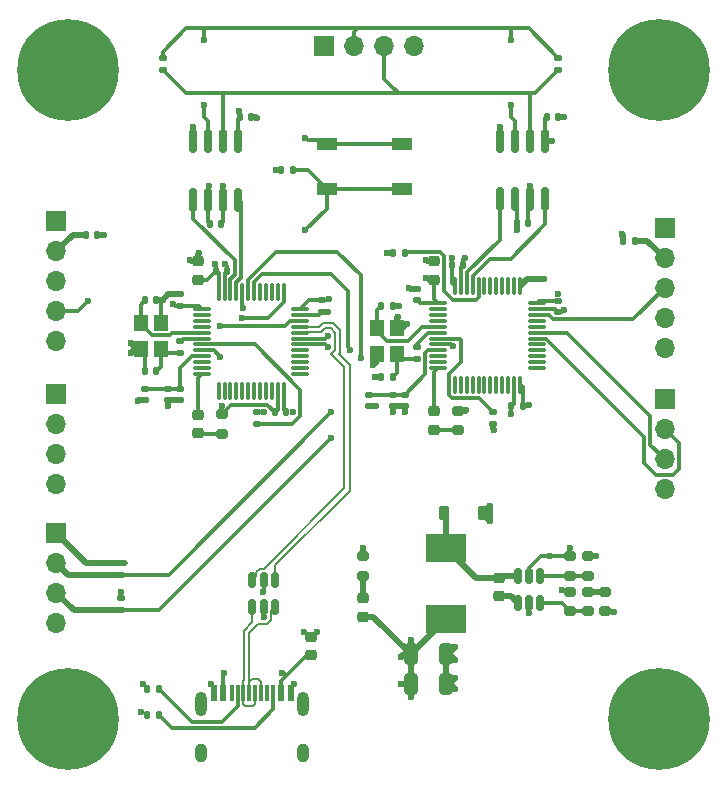
<source format=gbr>
%TF.GenerationSoftware,KiCad,Pcbnew,8.0.6*%
%TF.CreationDate,2024-12-26T00:35:44-06:00*%
%TF.ProjectId,KiCAD_MCPtest,4b694341-445f-44d4-9350-746573742e6b,rev?*%
%TF.SameCoordinates,Original*%
%TF.FileFunction,Copper,L1,Top*%
%TF.FilePolarity,Positive*%
%FSLAX46Y46*%
G04 Gerber Fmt 4.6, Leading zero omitted, Abs format (unit mm)*
G04 Created by KiCad (PCBNEW 8.0.6) date 2024-12-26 00:35:44*
%MOMM*%
%LPD*%
G01*
G04 APERTURE LIST*
G04 Aperture macros list*
%AMRoundRect*
0 Rectangle with rounded corners*
0 $1 Rounding radius*
0 $2 $3 $4 $5 $6 $7 $8 $9 X,Y pos of 4 corners*
0 Add a 4 corners polygon primitive as box body*
4,1,4,$2,$3,$4,$5,$6,$7,$8,$9,$2,$3,0*
0 Add four circle primitives for the rounded corners*
1,1,$1+$1,$2,$3*
1,1,$1+$1,$4,$5*
1,1,$1+$1,$6,$7*
1,1,$1+$1,$8,$9*
0 Add four rect primitives between the rounded corners*
20,1,$1+$1,$2,$3,$4,$5,0*
20,1,$1+$1,$4,$5,$6,$7,0*
20,1,$1+$1,$6,$7,$8,$9,0*
20,1,$1+$1,$8,$9,$2,$3,0*%
G04 Aperture macros list end*
%TA.AperFunction,SMDPad,CuDef*%
%ADD10RoundRect,0.135000X0.185000X-0.135000X0.185000X0.135000X-0.185000X0.135000X-0.185000X-0.135000X0*%
%TD*%
%TA.AperFunction,SMDPad,CuDef*%
%ADD11RoundRect,0.225000X0.250000X-0.225000X0.250000X0.225000X-0.250000X0.225000X-0.250000X-0.225000X0*%
%TD*%
%TA.AperFunction,SMDPad,CuDef*%
%ADD12RoundRect,0.140000X0.140000X0.170000X-0.140000X0.170000X-0.140000X-0.170000X0.140000X-0.170000X0*%
%TD*%
%TA.AperFunction,SMDPad,CuDef*%
%ADD13RoundRect,0.225000X-0.250000X0.225000X-0.250000X-0.225000X0.250000X-0.225000X0.250000X0.225000X0*%
%TD*%
%TA.AperFunction,SMDPad,CuDef*%
%ADD14R,1.200000X1.400000*%
%TD*%
%TA.AperFunction,SMDPad,CuDef*%
%ADD15RoundRect,0.135000X-0.185000X0.135000X-0.185000X-0.135000X0.185000X-0.135000X0.185000X0.135000X0*%
%TD*%
%TA.AperFunction,SMDPad,CuDef*%
%ADD16RoundRect,0.218750X0.256250X-0.218750X0.256250X0.218750X-0.256250X0.218750X-0.256250X-0.218750X0*%
%TD*%
%TA.AperFunction,ComponentPad*%
%ADD17C,0.900000*%
%TD*%
%TA.AperFunction,ComponentPad*%
%ADD18C,8.600000*%
%TD*%
%TA.AperFunction,SMDPad,CuDef*%
%ADD19RoundRect,0.140000X-0.140000X-0.170000X0.140000X-0.170000X0.140000X0.170000X-0.140000X0.170000X0*%
%TD*%
%TA.AperFunction,SMDPad,CuDef*%
%ADD20RoundRect,0.200000X-0.275000X0.200000X-0.275000X-0.200000X0.275000X-0.200000X0.275000X0.200000X0*%
%TD*%
%TA.AperFunction,SMDPad,CuDef*%
%ADD21RoundRect,0.140000X-0.170000X0.140000X-0.170000X-0.140000X0.170000X-0.140000X0.170000X0.140000X0*%
%TD*%
%TA.AperFunction,SMDPad,CuDef*%
%ADD22RoundRect,0.250000X-0.325000X-0.650000X0.325000X-0.650000X0.325000X0.650000X-0.325000X0.650000X0*%
%TD*%
%TA.AperFunction,SMDPad,CuDef*%
%ADD23RoundRect,0.150000X0.150000X-0.825000X0.150000X0.825000X-0.150000X0.825000X-0.150000X-0.825000X0*%
%TD*%
%TA.AperFunction,SMDPad,CuDef*%
%ADD24RoundRect,0.140000X0.170000X-0.140000X0.170000X0.140000X-0.170000X0.140000X-0.170000X-0.140000X0*%
%TD*%
%TA.AperFunction,SMDPad,CuDef*%
%ADD25RoundRect,0.135000X-0.135000X-0.185000X0.135000X-0.185000X0.135000X0.185000X-0.135000X0.185000X0*%
%TD*%
%TA.AperFunction,SMDPad,CuDef*%
%ADD26RoundRect,0.147500X0.172500X-0.147500X0.172500X0.147500X-0.172500X0.147500X-0.172500X-0.147500X0*%
%TD*%
%TA.AperFunction,SMDPad,CuDef*%
%ADD27RoundRect,0.135000X0.135000X0.185000X-0.135000X0.185000X-0.135000X-0.185000X0.135000X-0.185000X0*%
%TD*%
%TA.AperFunction,SMDPad,CuDef*%
%ADD28RoundRect,0.200000X0.275000X-0.200000X0.275000X0.200000X-0.275000X0.200000X-0.275000X-0.200000X0*%
%TD*%
%TA.AperFunction,ComponentPad*%
%ADD29R,1.700000X1.700000*%
%TD*%
%TA.AperFunction,ComponentPad*%
%ADD30O,1.700000X1.700000*%
%TD*%
%TA.AperFunction,SMDPad,CuDef*%
%ADD31R,3.500000X2.350000*%
%TD*%
%TA.AperFunction,SMDPad,CuDef*%
%ADD32RoundRect,0.225000X-0.225000X-0.375000X0.225000X-0.375000X0.225000X0.375000X-0.225000X0.375000X0*%
%TD*%
%TA.AperFunction,SMDPad,CuDef*%
%ADD33RoundRect,0.218750X-0.256250X0.218750X-0.256250X-0.218750X0.256250X-0.218750X0.256250X0.218750X0*%
%TD*%
%TA.AperFunction,SMDPad,CuDef*%
%ADD34R,0.600000X1.450000*%
%TD*%
%TA.AperFunction,SMDPad,CuDef*%
%ADD35R,0.300000X1.450000*%
%TD*%
%TA.AperFunction,ComponentPad*%
%ADD36O,1.000000X2.100000*%
%TD*%
%TA.AperFunction,ComponentPad*%
%ADD37O,1.000000X1.600000*%
%TD*%
%TA.AperFunction,SMDPad,CuDef*%
%ADD38RoundRect,0.150000X0.150000X-0.512500X0.150000X0.512500X-0.150000X0.512500X-0.150000X-0.512500X0*%
%TD*%
%TA.AperFunction,SMDPad,CuDef*%
%ADD39R,1.700000X1.000000*%
%TD*%
%TA.AperFunction,SMDPad,CuDef*%
%ADD40RoundRect,0.075000X-0.662500X-0.075000X0.662500X-0.075000X0.662500X0.075000X-0.662500X0.075000X0*%
%TD*%
%TA.AperFunction,SMDPad,CuDef*%
%ADD41RoundRect,0.075000X-0.075000X-0.662500X0.075000X-0.662500X0.075000X0.662500X-0.075000X0.662500X0*%
%TD*%
%TA.AperFunction,ViaPad*%
%ADD42C,0.600000*%
%TD*%
%TA.AperFunction,Conductor*%
%ADD43C,0.300000*%
%TD*%
%TA.AperFunction,Conductor*%
%ADD44C,0.500000*%
%TD*%
%TA.AperFunction,Conductor*%
%ADD45C,0.200000*%
%TD*%
G04 APERTURE END LIST*
D10*
%TO.P,R16,1*%
%TO.N,+3V3*%
X141000000Y-78000000D03*
%TO.P,R16,2*%
%TO.N,Net-(U5-NRST)*%
X141000000Y-76980000D03*
%TD*%
D11*
%TO.P,C14,1*%
%TO.N,+3V3*%
X136000000Y-65775000D03*
%TO.P,C14,2*%
%TO.N,GND*%
X136000000Y-64225000D03*
%TD*%
D12*
%TO.P,C27,1*%
%TO.N,+5V*%
X143980000Y-61000000D03*
%TO.P,C27,2*%
%TO.N,GND*%
X143020000Y-61000000D03*
%TD*%
D13*
%TO.P,C13,1*%
%TO.N,BUCK_SW*%
X141500000Y-91000000D03*
%TO.P,C13,2*%
%TO.N,BUCK_BST*%
X141500000Y-92550000D03*
%TD*%
D14*
%TO.P,Y1,1,1*%
%TO.N,HSE_IN*%
X111150000Y-69400000D03*
%TO.P,Y1,2,2*%
%TO.N,GND*%
X111150000Y-71600000D03*
%TO.P,Y1,3,3*%
%TO.N,Net-(C10-Pad1)*%
X112850000Y-71600000D03*
%TO.P,Y1,4,4*%
%TO.N,GND*%
X112850000Y-69400000D03*
%TD*%
D15*
%TO.P,R11,1*%
%TO.N,CANH*%
X146500000Y-46980000D03*
%TO.P,R11,2*%
%TO.N,CANL*%
X146500000Y-48000000D03*
%TD*%
D16*
%TO.P,F1,1*%
%TO.N,Net-(F1-Pad1)*%
X125600000Y-97587500D03*
%TO.P,F1,2*%
%TO.N,+5V*%
X125600000Y-96012500D03*
%TD*%
D17*
%TO.P,H1,1,1*%
%TO.N,GND*%
X101775000Y-48000000D03*
X102719581Y-45719581D03*
X102719581Y-50280419D03*
X105000000Y-44775000D03*
D18*
X105000000Y-48000000D03*
D17*
X105000000Y-51225000D03*
X107280419Y-45719581D03*
X107280419Y-50280419D03*
X108225000Y-48000000D03*
%TD*%
D14*
%TO.P,Y2,1,1*%
%TO.N,HSE_IN2*%
X131150000Y-69900000D03*
%TO.P,Y2,2,2*%
%TO.N,GND*%
X131150000Y-72100000D03*
%TO.P,Y2,3,3*%
%TO.N,Net-(C23-Pad1)*%
X132850000Y-72100000D03*
%TO.P,Y2,4,4*%
%TO.N,GND*%
X132850000Y-69900000D03*
%TD*%
D19*
%TO.P,C19,1*%
%TO.N,+3V3*%
X106520000Y-62000000D03*
%TO.P,C19,2*%
%TO.N,GND*%
X107480000Y-62000000D03*
%TD*%
D12*
%TO.P,C17,1*%
%TO.N,+3V3*%
X143480000Y-76500000D03*
%TO.P,C17,2*%
%TO.N,GND*%
X142520000Y-76500000D03*
%TD*%
%TO.P,C23,1*%
%TO.N,Net-(C23-Pad1)*%
X132480000Y-74000000D03*
%TO.P,C23,2*%
%TO.N,GND*%
X131520000Y-74000000D03*
%TD*%
D17*
%TO.P,H3,1,1*%
%TO.N,GND*%
X151775000Y-103000000D03*
X152719581Y-100719581D03*
X152719581Y-105280419D03*
X155000000Y-99775000D03*
D18*
X155000000Y-103000000D03*
D17*
X155000000Y-106225000D03*
X157280419Y-100719581D03*
X157280419Y-105280419D03*
X158225000Y-103000000D03*
%TD*%
D20*
%TO.P,R14,1*%
%TO.N,Net-(R13-Pad2)*%
X150500000Y-92175000D03*
%TO.P,R14,2*%
%TO.N,GND*%
X150500000Y-93825000D03*
%TD*%
D21*
%TO.P,C20,1*%
%TO.N,+3.3VA2*%
X132500000Y-75540000D03*
%TO.P,C20,2*%
%TO.N,GND*%
X132500000Y-76500000D03*
%TD*%
D19*
%TO.P,C8,1*%
%TO.N,HSE_IN*%
X111520000Y-67500000D03*
%TO.P,C8,2*%
%TO.N,GND*%
X112480000Y-67500000D03*
%TD*%
D22*
%TO.P,C12,1*%
%TO.N,+3V3*%
X134050000Y-100000000D03*
%TO.P,C12,2*%
%TO.N,GND*%
X137000000Y-100000000D03*
%TD*%
D23*
%TO.P,U4,1,TXD*%
%TO.N,CAN_TX2*%
X141595000Y-58975000D03*
%TO.P,U4,2,VSS*%
%TO.N,GND*%
X142865000Y-58975000D03*
%TO.P,U4,3,VDD*%
%TO.N,+5V*%
X144135000Y-58975000D03*
%TO.P,U4,4,RXD*%
%TO.N,CAN_RX2*%
X145405000Y-58975000D03*
%TO.P,U4,5,Vio*%
%TO.N,+3V3*%
X145405000Y-54025000D03*
%TO.P,U4,6,CANL*%
%TO.N,CANL*%
X144135000Y-54025000D03*
%TO.P,U4,7,CANH*%
%TO.N,CANH*%
X142865000Y-54025000D03*
%TO.P,U4,8,STBY*%
%TO.N,GND*%
X141595000Y-54025000D03*
%TD*%
D24*
%TO.P,C2,1*%
%TO.N,+3V3*%
X114500000Y-67980000D03*
%TO.P,C2,2*%
%TO.N,GND*%
X114500000Y-67020000D03*
%TD*%
D15*
%TO.P,R19,1*%
%TO.N,HSE_OUT2*%
X134500000Y-71490000D03*
%TO.P,R19,2*%
%TO.N,Net-(C23-Pad1)*%
X134500000Y-72510000D03*
%TD*%
%TO.P,R8,1*%
%TO.N,+3V3*%
X109500000Y-92750000D03*
%TO.P,R8,2*%
%TO.N,I2C1_SDA*%
X109500000Y-93770000D03*
%TD*%
D11*
%TO.P,C1,1*%
%TO.N,+3V3*%
X116000000Y-65775000D03*
%TO.P,C1,2*%
%TO.N,GND*%
X116000000Y-64225000D03*
%TD*%
D15*
%TO.P,R1,1*%
%TO.N,+3V3*%
X121000000Y-76990000D03*
%TO.P,R1,2*%
%TO.N,Net-(U1-NRST)*%
X121000000Y-78010000D03*
%TD*%
D25*
%TO.P,R22,1*%
%TO.N,GND*%
X122990000Y-56500000D03*
%TO.P,R22,2*%
%TO.N,BOOT0*%
X124010000Y-56500000D03*
%TD*%
D26*
%TO.P,L3,1*%
%TO.N,+3V3*%
X130500000Y-76500000D03*
%TO.P,L3,2*%
%TO.N,+3.3VA2*%
X130500000Y-75530000D03*
%TD*%
D15*
%TO.P,R4,1*%
%TO.N,+3V3*%
X109500000Y-89750000D03*
%TO.P,R4,2*%
%TO.N,I2C1_SCL*%
X109500000Y-90770000D03*
%TD*%
D27*
%TO.P,R20,1*%
%TO.N,Net-(J7-CC1)*%
X112700000Y-100400000D03*
%TO.P,R20,2*%
%TO.N,GND*%
X111680000Y-100400000D03*
%TD*%
D28*
%TO.P,R13,1*%
%TO.N,BUCK_FB*%
X149000000Y-93825000D03*
%TO.P,R13,2*%
%TO.N,Net-(R13-Pad2)*%
X149000000Y-92175000D03*
%TD*%
D29*
%TO.P,J1,1,Pin_1*%
%TO.N,+5V*%
X126700000Y-46000000D03*
D30*
%TO.P,J1,2,Pin_2*%
%TO.N,CANH*%
X129240000Y-46000000D03*
%TO.P,J1,3,Pin_3*%
%TO.N,CANL*%
X131780000Y-46000000D03*
%TO.P,J1,4,Pin_4*%
%TO.N,GND*%
X134320000Y-46000000D03*
%TD*%
D12*
%TO.P,C26,1*%
%TO.N,GND*%
X146480000Y-52000000D03*
%TO.P,C26,2*%
%TO.N,+3V3*%
X145520000Y-52000000D03*
%TD*%
D25*
%TO.P,R17,1*%
%TO.N,GND*%
X132490000Y-63500000D03*
%TO.P,R17,2*%
%TO.N,Net-(U5-BOOT0)*%
X133510000Y-63500000D03*
%TD*%
D29*
%TO.P,J3,1,Pin_1*%
%TO.N,+5V*%
X104000000Y-60840000D03*
D30*
%TO.P,J3,2,Pin_2*%
%TO.N,+3V3*%
X104000000Y-63380000D03*
%TO.P,J3,3,Pin_3*%
%TO.N,SWDIO*%
X104000000Y-65920000D03*
%TO.P,J3,4,Pin_4*%
%TO.N,SWCLK*%
X104000000Y-68460000D03*
%TO.P,J3,5,Pin_5*%
%TO.N,GND*%
X104000000Y-71000000D03*
%TD*%
D20*
%TO.P,R12,1*%
%TO.N,+3V3*%
X147500000Y-92175000D03*
%TO.P,R12,2*%
%TO.N,BUCK_FB*%
X147500000Y-93825000D03*
%TD*%
D16*
%TO.P,D1,1,K*%
%TO.N,Net-(D1-K)*%
X116000000Y-78787500D03*
%TO.P,D1,2,A*%
%TO.N,LED_STATUS*%
X116000000Y-77212500D03*
%TD*%
D26*
%TO.P,L1,1*%
%TO.N,+3V3*%
X111500000Y-75985000D03*
%TO.P,L1,2*%
%TO.N,+3.3VA*%
X111500000Y-75015000D03*
%TD*%
D24*
%TO.P,C18,1*%
%TO.N,+3V3*%
X134500000Y-67480000D03*
%TO.P,C18,2*%
%TO.N,GND*%
X134500000Y-66520000D03*
%TD*%
D20*
%TO.P,R18,1*%
%TO.N,GND*%
X138000000Y-76850000D03*
%TO.P,R18,2*%
%TO.N,Net-(D4-K)*%
X138000000Y-78500000D03*
%TD*%
D31*
%TO.P,L2,1*%
%TO.N,BUCK_SW*%
X137000000Y-88475000D03*
%TO.P,L2,2*%
%TO.N,+3V3*%
X137000000Y-94525000D03*
%TD*%
D19*
%TO.P,C15,1*%
%TO.N,+3V3*%
X137500000Y-64500000D03*
%TO.P,C15,2*%
%TO.N,GND*%
X138460000Y-64500000D03*
%TD*%
D15*
%TO.P,R9,1*%
%TO.N,HSE_OUT*%
X114500000Y-70990000D03*
%TO.P,R9,2*%
%TO.N,Net-(C10-Pad1)*%
X114500000Y-72010000D03*
%TD*%
D21*
%TO.P,C9,1*%
%TO.N,+3.3VA*%
X114500000Y-75020000D03*
%TO.P,C9,2*%
%TO.N,GND*%
X114500000Y-75980000D03*
%TD*%
D32*
%TO.P,D2,1,K*%
%TO.N,BUCK_SW*%
X136850000Y-85500000D03*
%TO.P,D2,2,A*%
%TO.N,GND*%
X140150000Y-85500000D03*
%TD*%
D20*
%TO.P,R7,1*%
%TO.N,GND*%
X118000000Y-77175000D03*
%TO.P,R7,2*%
%TO.N,Net-(D1-K)*%
X118000000Y-78825000D03*
%TD*%
D33*
%TO.P,D3,1,K*%
%TO.N,Net-(D3-K)*%
X130000000Y-92712500D03*
%TO.P,D3,2,A*%
%TO.N,+3V3*%
X130000000Y-94287500D03*
%TD*%
D34*
%TO.P,J7,A1,GND*%
%TO.N,GND*%
X117350000Y-100755000D03*
%TO.P,J7,A4,VBUS*%
%TO.N,Net-(F1-Pad1)*%
X118150000Y-100755000D03*
D35*
%TO.P,J7,A5,CC1*%
%TO.N,Net-(J7-CC1)*%
X119350000Y-100755000D03*
%TO.P,J7,A6,D+*%
%TO.N,USB_CONN_D+*%
X120350000Y-100755000D03*
%TO.P,J7,A7,D-*%
%TO.N,USB_CONN_D-*%
X120850000Y-100755000D03*
%TO.P,J7,A8*%
%TO.N,N/C*%
X121850000Y-100755000D03*
D34*
%TO.P,J7,A9,VBUS*%
%TO.N,Net-(F1-Pad1)*%
X123050000Y-100755000D03*
%TO.P,J7,A12,GND*%
%TO.N,GND*%
X123850000Y-100755000D03*
%TO.P,J7,B1,GND*%
X123850000Y-100755000D03*
%TO.P,J7,B4,VBUS*%
%TO.N,Net-(F1-Pad1)*%
X123050000Y-100755000D03*
D35*
%TO.P,J7,B5,CC2*%
%TO.N,Net-(J7-CC2)*%
X122350000Y-100755000D03*
%TO.P,J7,B6,D+*%
%TO.N,USB_CONN_D+*%
X121350000Y-100755000D03*
%TO.P,J7,B7,D-*%
%TO.N,USB_CONN_D-*%
X119850000Y-100755000D03*
%TO.P,J7,B8*%
%TO.N,N/C*%
X118850000Y-100755000D03*
D34*
%TO.P,J7,B9,VBUS*%
%TO.N,Net-(F1-Pad1)*%
X118150000Y-100755000D03*
%TO.P,J7,B12,GND*%
%TO.N,GND*%
X117350000Y-100755000D03*
D36*
%TO.P,J7,S1,SHIELD*%
X116280000Y-101670000D03*
D37*
X116280000Y-105850000D03*
D36*
X124920000Y-101670000D03*
D37*
X124920000Y-105850000D03*
%TD*%
D12*
%TO.P,C6,1*%
%TO.N,+3V3*%
X152960000Y-62500000D03*
%TO.P,C6,2*%
%TO.N,GND*%
X152000000Y-62500000D03*
%TD*%
D38*
%TO.P,U3,1,BST*%
%TO.N,BUCK_BST*%
X143050000Y-93137500D03*
%TO.P,U3,2,GND*%
%TO.N,GND*%
X144000000Y-93137500D03*
%TO.P,U3,3,FB*%
%TO.N,BUCK_FB*%
X144950000Y-93137500D03*
%TO.P,U3,4,EN*%
%TO.N,BUCK_EN*%
X144950000Y-90862500D03*
%TO.P,U3,5,IN*%
%TO.N,+5V*%
X144000000Y-90862500D03*
%TO.P,U3,6,SW*%
%TO.N,BUCK_SW*%
X143050000Y-90862500D03*
%TD*%
D29*
%TO.P,J5,1,Pin_1*%
%TO.N,+5V*%
X155500000Y-61420000D03*
D30*
%TO.P,J5,2,Pin_2*%
%TO.N,+3V3*%
X155500000Y-63960000D03*
%TO.P,J5,3,Pin_3*%
%TO.N,SWDIO2*%
X155500000Y-66500000D03*
%TO.P,J5,4,Pin_4*%
%TO.N,SWCLK2*%
X155500000Y-69040000D03*
%TO.P,J5,5,Pin_5*%
%TO.N,GND*%
X155500000Y-71580000D03*
%TD*%
D29*
%TO.P,J6,1,Pin_1*%
%TO.N,+3V3*%
X155500000Y-75880000D03*
D30*
%TO.P,J6,2,Pin_2*%
%TO.N,USART1_TX2*%
X155500000Y-78420000D03*
%TO.P,J6,3,Pin_3*%
%TO.N,USART1_RX2*%
X155500000Y-80960000D03*
%TO.P,J6,4,Pin_4*%
%TO.N,GND*%
X155500000Y-83500000D03*
%TD*%
D17*
%TO.P,H2,1,1*%
%TO.N,GND*%
X151775000Y-48000000D03*
X152719581Y-45719581D03*
X152719581Y-50280419D03*
X155000000Y-44775000D03*
D18*
X155000000Y-48000000D03*
D17*
X155000000Y-51225000D03*
X157280419Y-45719581D03*
X157280419Y-50280419D03*
X158225000Y-48000000D03*
%TD*%
D28*
%TO.P,R6,1*%
%TO.N,BUCK_EN*%
X149000000Y-90825000D03*
%TO.P,R6,2*%
%TO.N,GND*%
X149000000Y-89175000D03*
%TD*%
D39*
%TO.P,SW1,1,1*%
%TO.N,+3V3*%
X126950000Y-54300000D03*
X133250000Y-54300000D03*
%TO.P,SW1,2,2*%
%TO.N,BOOT0*%
X126950000Y-58100000D03*
X133250000Y-58100000D03*
%TD*%
D20*
%TO.P,R15,1*%
%TO.N,GND*%
X130000000Y-89175000D03*
%TO.P,R15,2*%
%TO.N,Net-(D3-K)*%
X130000000Y-90825000D03*
%TD*%
D19*
%TO.P,C3,1*%
%TO.N,+3V3*%
X117520000Y-65000000D03*
%TO.P,C3,2*%
%TO.N,GND*%
X118480000Y-65000000D03*
%TD*%
D29*
%TO.P,J4,1,Pin_1*%
%TO.N,+3V3*%
X104000000Y-75460000D03*
D30*
%TO.P,J4,2,Pin_2*%
%TO.N,USART1_TX*%
X104000000Y-78000000D03*
%TO.P,J4,3,Pin_3*%
%TO.N,USART1_RX*%
X104000000Y-80540000D03*
%TO.P,J4,4,Pin_4*%
%TO.N,GND*%
X104000000Y-83080000D03*
%TD*%
D19*
%TO.P,C24,1*%
%TO.N,+3V3*%
X119520000Y-52025000D03*
%TO.P,C24,2*%
%TO.N,GND*%
X120480000Y-52025000D03*
%TD*%
D40*
%TO.P,U5,1,VBAT*%
%TO.N,+3V3*%
X136337500Y-67750000D03*
%TO.P,U5,2,PC13*%
%TO.N,unconnected-(U5-PC13-Pad2)*%
X136337500Y-68250000D03*
%TO.P,U5,3,PC14*%
%TO.N,unconnected-(U5-PC14-Pad3)*%
X136337500Y-68750000D03*
%TO.P,U5,4,PC15*%
%TO.N,unconnected-(U5-PC15-Pad4)*%
X136337500Y-69250000D03*
%TO.P,U5,5,PD0*%
%TO.N,HSE_IN2*%
X136337500Y-69750000D03*
%TO.P,U5,6,PD1*%
%TO.N,HSE_OUT2*%
X136337500Y-70250000D03*
%TO.P,U5,7,NRST*%
%TO.N,Net-(U5-NRST)*%
X136337500Y-70750000D03*
%TO.P,U5,8,VSSA*%
%TO.N,GND*%
X136337500Y-71250000D03*
%TO.P,U5,9,VDDA*%
%TO.N,+3.3VA2*%
X136337500Y-71750000D03*
%TO.P,U5,10,PA0*%
%TO.N,unconnected-(U5-PA0-Pad10)*%
X136337500Y-72250000D03*
%TO.P,U5,11,PA1*%
%TO.N,unconnected-(U5-PA1-Pad11)*%
X136337500Y-72750000D03*
%TO.P,U5,12,PA2*%
%TO.N,LED_STATUS2*%
X136337500Y-73250000D03*
D41*
%TO.P,U5,13,PA3*%
%TO.N,unconnected-(U5-PA3-Pad13)*%
X137750000Y-74662500D03*
%TO.P,U5,14,PA4*%
%TO.N,unconnected-(U5-PA4-Pad14)*%
X138250000Y-74662500D03*
%TO.P,U5,15,PA5*%
%TO.N,unconnected-(U5-PA5-Pad15)*%
X138750000Y-74662500D03*
%TO.P,U5,16,PA6*%
%TO.N,unconnected-(U5-PA6-Pad16)*%
X139250000Y-74662500D03*
%TO.P,U5,17,PA7*%
%TO.N,unconnected-(U5-PA7-Pad17)*%
X139750000Y-74662500D03*
%TO.P,U5,18,PB0*%
%TO.N,unconnected-(U5-PB0-Pad18)*%
X140250000Y-74662500D03*
%TO.P,U5,19,PB1*%
%TO.N,unconnected-(U5-PB1-Pad19)*%
X140750000Y-74662500D03*
%TO.P,U5,20,PB2*%
%TO.N,unconnected-(U5-PB2-Pad20)*%
X141250000Y-74662500D03*
%TO.P,U5,21,PB10*%
%TO.N,unconnected-(U5-PB10-Pad21)*%
X141750000Y-74662500D03*
%TO.P,U5,22,PB11*%
%TO.N,unconnected-(U5-PB11-Pad22)*%
X142250000Y-74662500D03*
%TO.P,U5,23,VSS*%
%TO.N,GND*%
X142750000Y-74662500D03*
%TO.P,U5,24,VDD*%
%TO.N,+3V3*%
X143250000Y-74662500D03*
D40*
%TO.P,U5,25,PB12*%
%TO.N,unconnected-(U5-PB12-Pad25)*%
X144662500Y-73250000D03*
%TO.P,U5,26,PB13*%
%TO.N,unconnected-(U5-PB13-Pad26)*%
X144662500Y-72750000D03*
%TO.P,U5,27,PB14*%
%TO.N,unconnected-(U5-PB14-Pad27)*%
X144662500Y-72250000D03*
%TO.P,U5,28,PB15*%
%TO.N,unconnected-(U5-PB15-Pad28)*%
X144662500Y-71750000D03*
%TO.P,U5,29,PA8*%
%TO.N,unconnected-(U5-PA8-Pad29)*%
X144662500Y-71250000D03*
%TO.P,U5,30,PA9*%
%TO.N,USART1_TX2*%
X144662500Y-70750000D03*
%TO.P,U5,31,PA10*%
%TO.N,USART1_RX2*%
X144662500Y-70250000D03*
%TO.P,U5,32,PA11*%
%TO.N,unconnected-(U5-PA11-Pad32)*%
X144662500Y-69750000D03*
%TO.P,U5,33,PA12*%
%TO.N,unconnected-(U5-PA12-Pad33)*%
X144662500Y-69250000D03*
%TO.P,U5,34,PA13*%
%TO.N,SWDIO2*%
X144662500Y-68750000D03*
%TO.P,U5,35,VSS*%
%TO.N,GND*%
X144662500Y-68250000D03*
%TO.P,U5,36,VDD*%
%TO.N,+3V3*%
X144662500Y-67750000D03*
D41*
%TO.P,U5,37,PA14*%
%TO.N,SWCLK2*%
X143250000Y-66337500D03*
%TO.P,U5,38,PA15*%
%TO.N,unconnected-(U5-PA15-Pad38)*%
X142750000Y-66337500D03*
%TO.P,U5,39,PB3*%
%TO.N,unconnected-(U5-PB3-Pad39)*%
X142250000Y-66337500D03*
%TO.P,U5,40,PB4*%
%TO.N,unconnected-(U5-PB4-Pad40)*%
X141750000Y-66337500D03*
%TO.P,U5,41,PB5*%
%TO.N,unconnected-(U5-PB5-Pad41)*%
X141250000Y-66337500D03*
%TO.P,U5,42,PB6*%
%TO.N,unconnected-(U5-PB6-Pad42)*%
X140750000Y-66337500D03*
%TO.P,U5,43,PB7*%
%TO.N,unconnected-(U5-PB7-Pad43)*%
X140250000Y-66337500D03*
%TO.P,U5,44,BOOT0*%
%TO.N,Net-(U5-BOOT0)*%
X139750000Y-66337500D03*
%TO.P,U5,45,PB8*%
%TO.N,CAN_RX2*%
X139250000Y-66337500D03*
%TO.P,U5,46,PB9*%
%TO.N,CAN_TX2*%
X138750000Y-66337500D03*
%TO.P,U5,47,VSS*%
%TO.N,GND*%
X138250000Y-66337500D03*
%TO.P,U5,48,VDD*%
%TO.N,+3V3*%
X137750000Y-66337500D03*
%TD*%
D20*
%TO.P,R5,1*%
%TO.N,+5V*%
X147500000Y-89175000D03*
%TO.P,R5,2*%
%TO.N,BUCK_EN*%
X147500000Y-90825000D03*
%TD*%
D23*
%TO.P,U2,1,TXD*%
%TO.N,CAN_TX*%
X115595000Y-59000000D03*
%TO.P,U2,2,VSS*%
%TO.N,GND*%
X116865000Y-59000000D03*
%TO.P,U2,3,VDD*%
%TO.N,+5V*%
X118135000Y-59000000D03*
%TO.P,U2,4,RXD*%
%TO.N,CAN_RX*%
X119405000Y-59000000D03*
%TO.P,U2,5,Vio*%
%TO.N,+3V3*%
X119405000Y-54050000D03*
%TO.P,U2,6,CANL*%
%TO.N,CANL*%
X118135000Y-54050000D03*
%TO.P,U2,7,CANH*%
%TO.N,CANH*%
X116865000Y-54050000D03*
%TO.P,U2,8,STBY*%
%TO.N,GND*%
X115595000Y-54050000D03*
%TD*%
D19*
%TO.P,C25,1*%
%TO.N,GND*%
X117020000Y-61025000D03*
%TO.P,C25,2*%
%TO.N,+5V*%
X117980000Y-61025000D03*
%TD*%
D22*
%TO.P,C11,1*%
%TO.N,+3V3*%
X134025000Y-97500000D03*
%TO.P,C11,2*%
%TO.N,GND*%
X136975000Y-97500000D03*
%TD*%
D19*
%TO.P,C21,1*%
%TO.N,HSE_IN2*%
X131520000Y-68000000D03*
%TO.P,C21,2*%
%TO.N,GND*%
X132480000Y-68000000D03*
%TD*%
D29*
%TO.P,J2,1,Pin_1*%
%TO.N,+3V3*%
X104000000Y-87200000D03*
D30*
%TO.P,J2,2,Pin_2*%
%TO.N,I2C1_SCL*%
X104000000Y-89740000D03*
%TO.P,J2,3,Pin_3*%
%TO.N,I2C1_SDA*%
X104000000Y-92280000D03*
%TO.P,J2,4,Pin_4*%
%TO.N,GND*%
X104000000Y-94820000D03*
%TD*%
D21*
%TO.P,C7,1*%
%TO.N,+3.3VA*%
X113500000Y-75020000D03*
%TO.P,C7,2*%
%TO.N,GND*%
X113500000Y-75980000D03*
%TD*%
D17*
%TO.P,H4,1,1*%
%TO.N,GND*%
X101775000Y-103000000D03*
X102719581Y-100719581D03*
X102719581Y-105280419D03*
X105000000Y-99775000D03*
D18*
X105000000Y-103000000D03*
D17*
X105000000Y-106225000D03*
X107280419Y-100719581D03*
X107280419Y-105280419D03*
X108225000Y-103000000D03*
%TD*%
D40*
%TO.P,U1,1,VBAT*%
%TO.N,+3V3*%
X116337500Y-68250000D03*
%TO.P,U1,2,PC13*%
%TO.N,unconnected-(U1-PC13-Pad2)*%
X116337500Y-68750000D03*
%TO.P,U1,3,PC14*%
%TO.N,unconnected-(U1-PC14-Pad3)*%
X116337500Y-69250000D03*
%TO.P,U1,4,PC15*%
%TO.N,unconnected-(U1-PC15-Pad4)*%
X116337500Y-69750000D03*
%TO.P,U1,5,PD0*%
%TO.N,HSE_IN*%
X116337500Y-70250000D03*
%TO.P,U1,6,PD1*%
%TO.N,HSE_OUT*%
X116337500Y-70750000D03*
%TO.P,U1,7,NRST*%
%TO.N,Net-(U1-NRST)*%
X116337500Y-71250000D03*
%TO.P,U1,8,VSSA*%
%TO.N,GND*%
X116337500Y-71750000D03*
%TO.P,U1,9,VDDA*%
%TO.N,+3.3VA*%
X116337500Y-72250000D03*
%TO.P,U1,10,PA0*%
%TO.N,unconnected-(U1-PA0-Pad10)*%
X116337500Y-72750000D03*
%TO.P,U1,11,PA1*%
%TO.N,unconnected-(U1-PA1-Pad11)*%
X116337500Y-73250000D03*
%TO.P,U1,12,PA2*%
%TO.N,LED_STATUS*%
X116337500Y-73750000D03*
D41*
%TO.P,U1,13,PA3*%
%TO.N,unconnected-(U1-PA3-Pad13)*%
X117750000Y-75162500D03*
%TO.P,U1,14,PA4*%
%TO.N,unconnected-(U1-PA4-Pad14)*%
X118250000Y-75162500D03*
%TO.P,U1,15,PA5*%
%TO.N,unconnected-(U1-PA5-Pad15)*%
X118750000Y-75162500D03*
%TO.P,U1,16,PA6*%
%TO.N,unconnected-(U1-PA6-Pad16)*%
X119250000Y-75162500D03*
%TO.P,U1,17,PA7*%
%TO.N,unconnected-(U1-PA7-Pad17)*%
X119750000Y-75162500D03*
%TO.P,U1,18,PB0*%
%TO.N,unconnected-(U1-PB0-Pad18)*%
X120250000Y-75162500D03*
%TO.P,U1,19,PB1*%
%TO.N,unconnected-(U1-PB1-Pad19)*%
X120750000Y-75162500D03*
%TO.P,U1,20,PB2*%
%TO.N,unconnected-(U1-PB2-Pad20)*%
X121250000Y-75162500D03*
%TO.P,U1,21,PB10*%
%TO.N,unconnected-(U1-PB10-Pad21)*%
X121750000Y-75162500D03*
%TO.P,U1,22,PB11*%
%TO.N,unconnected-(U1-PB11-Pad22)*%
X122250000Y-75162500D03*
%TO.P,U1,23,VSS*%
%TO.N,GND*%
X122750000Y-75162500D03*
%TO.P,U1,24,VDD*%
%TO.N,+3V3*%
X123250000Y-75162500D03*
D40*
%TO.P,U1,25,PB12*%
%TO.N,unconnected-(U1-PB12-Pad25)*%
X124662500Y-73750000D03*
%TO.P,U1,26,PB13*%
%TO.N,unconnected-(U1-PB13-Pad26)*%
X124662500Y-73250000D03*
%TO.P,U1,27,PB14*%
%TO.N,unconnected-(U1-PB14-Pad27)*%
X124662500Y-72750000D03*
%TO.P,U1,28,PB15*%
%TO.N,unconnected-(U1-PB15-Pad28)*%
X124662500Y-72250000D03*
%TO.P,U1,29,PA8*%
%TO.N,unconnected-(U1-PA8-Pad29)*%
X124662500Y-71750000D03*
%TO.P,U1,30,PA9*%
%TO.N,USART1_TX*%
X124662500Y-71250000D03*
%TO.P,U1,31,PA10*%
%TO.N,USART1_RX*%
X124662500Y-70750000D03*
%TO.P,U1,32,PA11*%
%TO.N,USB_D-*%
X124662500Y-70250000D03*
%TO.P,U1,33,PA12*%
%TO.N,USB_D+*%
X124662500Y-69750000D03*
%TO.P,U1,34,PA13*%
%TO.N,SWDIO*%
X124662500Y-69250000D03*
%TO.P,U1,35,VSS*%
%TO.N,GND*%
X124662500Y-68750000D03*
%TO.P,U1,36,VDD*%
%TO.N,+3V3*%
X124662500Y-68250000D03*
D41*
%TO.P,U1,37,PA14*%
%TO.N,SWCLK*%
X123250000Y-66837500D03*
%TO.P,U1,38,PA15*%
%TO.N,unconnected-(U1-PA15-Pad38)*%
X122750000Y-66837500D03*
%TO.P,U1,39,PB3*%
%TO.N,unconnected-(U1-PB3-Pad39)*%
X122250000Y-66837500D03*
%TO.P,U1,40,PB4*%
%TO.N,unconnected-(U1-PB4-Pad40)*%
X121750000Y-66837500D03*
%TO.P,U1,41,PB5*%
%TO.N,unconnected-(U1-PB5-Pad41)*%
X121250000Y-66837500D03*
%TO.P,U1,42,PB6*%
%TO.N,I2C1_SCL*%
X120750000Y-66837500D03*
%TO.P,U1,43,PB7*%
%TO.N,I2C1_SDA*%
X120250000Y-66837500D03*
%TO.P,U1,44,BOOT0*%
%TO.N,BOOT0*%
X119750000Y-66837500D03*
%TO.P,U1,45,PB8*%
%TO.N,CAN_RX*%
X119250000Y-66837500D03*
%TO.P,U1,46,PB9*%
%TO.N,CAN_TX*%
X118750000Y-66837500D03*
%TO.P,U1,47,VSS*%
%TO.N,GND*%
X118250000Y-66837500D03*
%TO.P,U1,48,VDD*%
%TO.N,+3V3*%
X117750000Y-66837500D03*
%TD*%
D21*
%TO.P,C22,1*%
%TO.N,+3.3VA2*%
X133500000Y-75520000D03*
%TO.P,C22,2*%
%TO.N,GND*%
X133500000Y-76480000D03*
%TD*%
D27*
%TO.P,R21,1*%
%TO.N,Net-(J7-CC2)*%
X112710000Y-102600000D03*
%TO.P,R21,2*%
%TO.N,GND*%
X111690000Y-102600000D03*
%TD*%
D21*
%TO.P,C4,1*%
%TO.N,+3V3*%
X126500000Y-67520000D03*
%TO.P,C4,2*%
%TO.N,GND*%
X126500000Y-68480000D03*
%TD*%
D12*
%TO.P,C5,1*%
%TO.N,+3V3*%
X123480000Y-77000000D03*
%TO.P,C5,2*%
%TO.N,GND*%
X122520000Y-77000000D03*
%TD*%
D16*
%TO.P,D4,1,K*%
%TO.N,Net-(D4-K)*%
X136000000Y-78462500D03*
%TO.P,D4,2,A*%
%TO.N,LED_STATUS2*%
X136000000Y-76887500D03*
%TD*%
D38*
%TO.P,U6,1,I/O1*%
%TO.N,USB_CONN_D-*%
X120600000Y-93500000D03*
%TO.P,U6,2,GND*%
%TO.N,GND*%
X121550000Y-93500000D03*
%TO.P,U6,3,I/O2*%
%TO.N,USB_CONN_D+*%
X122500000Y-93500000D03*
%TO.P,U6,4,I/O2*%
%TO.N,USB_D+*%
X122500000Y-91225000D03*
%TO.P,U6,5,VBUS*%
%TO.N,+5V*%
X121550000Y-91225000D03*
%TO.P,U6,6,I/O1*%
%TO.N,USB_D-*%
X120600000Y-91225000D03*
%TD*%
D15*
%TO.P,R3,1*%
%TO.N,CANH*%
X113000000Y-46990000D03*
%TO.P,R3,2*%
%TO.N,CANL*%
X113000000Y-48010000D03*
%TD*%
D12*
%TO.P,C10,1*%
%TO.N,Net-(C10-Pad1)*%
X112480000Y-73500000D03*
%TO.P,C10,2*%
%TO.N,GND*%
X111520000Y-73500000D03*
%TD*%
D21*
%TO.P,C16,1*%
%TO.N,+3V3*%
X146500000Y-67540000D03*
%TO.P,C16,2*%
%TO.N,GND*%
X146500000Y-68500000D03*
%TD*%
D42*
%TO.N,+3V3*%
X134000000Y-101100000D03*
X124000000Y-77000000D03*
X144000000Y-76400000D03*
X131100000Y-76500000D03*
X117400000Y-64400000D03*
X133200000Y-100000000D03*
X109500000Y-92200000D03*
X125100000Y-53800000D03*
X141100000Y-78500000D03*
X121600000Y-77000000D03*
X110900000Y-76000000D03*
X146500000Y-67000000D03*
X127100000Y-67400000D03*
X133200000Y-97700000D03*
X146800000Y-92000000D03*
X113900000Y-67800000D03*
X134000000Y-96300000D03*
X135300000Y-65600000D03*
X119500000Y-51500000D03*
X137500000Y-63900000D03*
X146000000Y-54000000D03*
%TO.N,GND*%
X110300000Y-71100000D03*
X111300000Y-100000000D03*
X124100000Y-100000000D03*
X140700000Y-84900000D03*
X117100000Y-100000000D03*
X137800000Y-99500000D03*
X108000000Y-62000000D03*
X149700000Y-89200000D03*
X133900000Y-66500000D03*
X118000000Y-76500000D03*
X137600000Y-71400000D03*
X115600000Y-52800000D03*
X147000000Y-68300000D03*
X137800000Y-100400000D03*
X121000000Y-52100000D03*
X122600000Y-56500000D03*
X133700000Y-69500000D03*
X132900000Y-68900000D03*
X135300000Y-64100000D03*
X141600000Y-52800000D03*
X121600000Y-94300000D03*
X143000000Y-61600000D03*
X137800000Y-96900000D03*
X138700000Y-76800000D03*
X140700000Y-86200000D03*
X133000000Y-68000000D03*
X132000000Y-63500000D03*
X144000000Y-94000000D03*
X115300000Y-64100000D03*
X127000000Y-68500000D03*
X133500000Y-77000000D03*
X116900000Y-57800000D03*
X151900000Y-61900000D03*
X116100000Y-63500000D03*
X130000000Y-88500000D03*
X137800000Y-98000000D03*
X111200000Y-102400000D03*
X138600000Y-63900000D03*
X110300000Y-72000000D03*
X113000000Y-67500000D03*
X132500000Y-77000000D03*
X131000000Y-74000000D03*
X147000000Y-52000000D03*
X118300000Y-64400000D03*
X117900000Y-72300000D03*
X130800000Y-73000000D03*
X151200000Y-93900000D03*
X142500000Y-77100000D03*
X113500000Y-76500000D03*
%TO.N,SWCLK*%
X106700000Y-67600000D03*
X119700000Y-69000000D03*
%TO.N,SWDIO*%
X117900000Y-69700000D03*
%TO.N,+5V*%
X121500000Y-92200000D03*
X145800000Y-89175000D03*
X147500000Y-88500000D03*
X126100000Y-95600000D03*
X125000000Y-95600000D03*
X144100000Y-57800000D03*
X118135000Y-57800000D03*
%TO.N,SWCLK2*%
X145300000Y-65700000D03*
%TO.N,I2C1_SDA*%
X127300000Y-79200000D03*
X129800000Y-72400000D03*
%TO.N,I2C1_SCL*%
X127300000Y-77000000D03*
X128900000Y-71700000D03*
%TO.N,USART1_RX*%
X127000000Y-70500000D03*
%TO.N,USART1_TX*%
X127000000Y-71500000D03*
%TO.N,CANH*%
X116500000Y-51000000D03*
X142500000Y-51000000D03*
X142500000Y-45500000D03*
X116500000Y-45500000D03*
%TO.N,Net-(F1-Pad1)*%
X118200000Y-99100000D03*
X123100000Y-99100000D03*
%TO.N,BOOT0*%
X119800000Y-68200000D03*
X125100000Y-61600000D03*
%TD*%
D43*
%TO.N,+3V3*%
X117750000Y-66837500D02*
X117750000Y-65230000D01*
D44*
X134025000Y-96325000D02*
X134000000Y-96300000D01*
D43*
X137500000Y-64500000D02*
X137500000Y-63900000D01*
X126500000Y-67520000D02*
X126980000Y-67520000D01*
X114500000Y-67980000D02*
X114080000Y-67980000D01*
X126550000Y-53900000D02*
X125300000Y-53900000D01*
D44*
X130812500Y-94287500D02*
X130000000Y-94287500D01*
X134050000Y-101050000D02*
X134000000Y-101100000D01*
X152960000Y-62500000D02*
X154040000Y-62500000D01*
D43*
X116745000Y-65775000D02*
X117520000Y-65000000D01*
X109500000Y-92750000D02*
X109500000Y-92200000D01*
X125392500Y-67520000D02*
X126500000Y-67520000D01*
X145405000Y-54025000D02*
X145405000Y-52115000D01*
X116067500Y-67980000D02*
X116337500Y-68250000D01*
X114080000Y-67980000D02*
X113900000Y-67800000D01*
X116000000Y-65775000D02*
X116745000Y-65775000D01*
X119405000Y-54050000D02*
X119405000Y-52140000D01*
D44*
X106550000Y-89750000D02*
X104000000Y-87200000D01*
D43*
X145975000Y-54025000D02*
X146000000Y-54000000D01*
D44*
X109500000Y-89750000D02*
X106550000Y-89750000D01*
D43*
X144872500Y-67540000D02*
X144662500Y-67750000D01*
X136000000Y-65775000D02*
X136000000Y-67412500D01*
X126980000Y-67520000D02*
X127100000Y-67400000D01*
X135475000Y-65775000D02*
X135300000Y-65600000D01*
X134770000Y-67750000D02*
X134500000Y-67480000D01*
D44*
X134050000Y-100000000D02*
X134050000Y-101050000D01*
X134050000Y-100000000D02*
X133200000Y-100000000D01*
D43*
X136337500Y-67750000D02*
X134770000Y-67750000D01*
X143480000Y-74892500D02*
X143250000Y-74662500D01*
X143480000Y-76500000D02*
X143900000Y-76500000D01*
D44*
X109819999Y-89750000D02*
X109500000Y-89750000D01*
D43*
X124662500Y-68250000D02*
X125392500Y-67520000D01*
D44*
X134025000Y-97500000D02*
X134025000Y-96325000D01*
D43*
X145405000Y-54025000D02*
X145975000Y-54025000D01*
D44*
X134025000Y-99975000D02*
X134050000Y-100000000D01*
D43*
X126950000Y-54300000D02*
X126550000Y-53900000D01*
D44*
X111500000Y-75985000D02*
X110915000Y-75985000D01*
X134025000Y-97500000D02*
X134025000Y-99975000D01*
D43*
X137500000Y-64500000D02*
X137500000Y-66087500D01*
D44*
X130500000Y-76500000D02*
X131100000Y-76500000D01*
D43*
X123250000Y-76770000D02*
X123480000Y-77000000D01*
X136000000Y-65775000D02*
X135475000Y-65775000D01*
X117750000Y-65230000D02*
X117520000Y-65000000D01*
D44*
X154040000Y-62500000D02*
X155500000Y-63960000D01*
X134025000Y-97500000D02*
X133400000Y-97500000D01*
X134025000Y-97500000D02*
X137000000Y-94525000D01*
X141000000Y-78400000D02*
X141100000Y-78500000D01*
X133400000Y-97500000D02*
X133200000Y-97700000D01*
X106520000Y-62000000D02*
X105380000Y-62000000D01*
X110915000Y-75985000D02*
X110900000Y-76000000D01*
D43*
X119405000Y-52140000D02*
X119520000Y-52025000D01*
X117520000Y-64520000D02*
X117400000Y-64400000D01*
X117520000Y-65000000D02*
X117520000Y-64520000D01*
X145405000Y-52115000D02*
X145520000Y-52000000D01*
X136000000Y-67412500D02*
X136337500Y-67750000D01*
X143900000Y-76500000D02*
X144000000Y-76400000D01*
X146500000Y-67540000D02*
X144872500Y-67540000D01*
D44*
X141000000Y-78000000D02*
X141000000Y-78400000D01*
X134025000Y-97500000D02*
X130812500Y-94287500D01*
D43*
X126950000Y-54300000D02*
X133250000Y-54300000D01*
D44*
X105380000Y-62000000D02*
X104000000Y-63380000D01*
D43*
X143480000Y-76500000D02*
X143480000Y-74892500D01*
X114500000Y-67980000D02*
X116067500Y-67980000D01*
X137500000Y-66087500D02*
X137750000Y-66337500D01*
X123250000Y-75162500D02*
X123250000Y-76770000D01*
%TO.N,GND*%
X118825000Y-76350000D02*
X118000000Y-77175000D01*
D44*
X132490000Y-63500000D02*
X132000000Y-63500000D01*
D43*
X124662500Y-68750000D02*
X126230000Y-68750000D01*
X122750000Y-75162500D02*
X122750000Y-76770000D01*
D44*
X152000000Y-62500000D02*
X152000000Y-62000000D01*
D43*
X142520000Y-76500000D02*
X142520000Y-77080000D01*
X138460000Y-64500000D02*
X138250000Y-64710000D01*
X137450000Y-71250000D02*
X136337500Y-71250000D01*
D44*
X114500000Y-67020000D02*
X113480000Y-67020000D01*
X131150000Y-72100000D02*
X131150000Y-72650000D01*
X111150000Y-71600000D02*
X110700000Y-71600000D01*
D43*
X146500000Y-68500000D02*
X146250000Y-68250000D01*
D44*
X133300000Y-69900000D02*
X133700000Y-69500000D01*
D43*
X142520000Y-77080000D02*
X142500000Y-77100000D01*
D44*
X131520000Y-74000000D02*
X131000000Y-74000000D01*
X137300000Y-97500000D02*
X137800000Y-98000000D01*
X132500000Y-76500000D02*
X133480000Y-76500000D01*
X120925000Y-52025000D02*
X121000000Y-52100000D01*
D43*
X138250000Y-64710000D02*
X138250000Y-66337500D01*
X122750000Y-76770000D02*
X122520000Y-77000000D01*
D44*
X132850000Y-69900000D02*
X133300000Y-69900000D01*
X107480000Y-62000000D02*
X108000000Y-62000000D01*
X143000000Y-61020000D02*
X143020000Y-61000000D01*
D43*
X126500000Y-68480000D02*
X126980000Y-68480000D01*
D44*
X132850000Y-68950000D02*
X132900000Y-68900000D01*
X113500000Y-75980000D02*
X113500000Y-76500000D01*
X131150000Y-72650000D02*
X130800000Y-73000000D01*
D43*
X126230000Y-68750000D02*
X126500000Y-68480000D01*
X118250000Y-66837500D02*
X118250000Y-65230000D01*
D44*
X134500000Y-66520000D02*
X133920000Y-66520000D01*
X141595000Y-54025000D02*
X141595000Y-52805000D01*
D43*
X142520000Y-76500000D02*
X142750000Y-76270000D01*
D44*
X140150000Y-85500000D02*
X140150000Y-85450000D01*
X116000000Y-63600000D02*
X116100000Y-63500000D01*
X116000000Y-64225000D02*
X116000000Y-63600000D01*
X113480000Y-67020000D02*
X113000000Y-67500000D01*
D43*
X122520000Y-77000000D02*
X121870000Y-76350000D01*
D44*
X132500000Y-76500000D02*
X132500000Y-77000000D01*
X137000000Y-100000000D02*
X137000000Y-97525000D01*
D43*
X121870000Y-76350000D02*
X118825000Y-76350000D01*
D44*
X133480000Y-76500000D02*
X133500000Y-76480000D01*
D43*
X138460000Y-64040000D02*
X138600000Y-63900000D01*
D44*
X140150000Y-85500000D02*
X140150000Y-85650000D01*
X137300000Y-100000000D02*
X137800000Y-99500000D01*
X112480000Y-67500000D02*
X113000000Y-67500000D01*
X138000000Y-76850000D02*
X138650000Y-76850000D01*
D43*
X138460000Y-64500000D02*
X138460000Y-64040000D01*
X146250000Y-68250000D02*
X144662500Y-68250000D01*
D44*
X138650000Y-76850000D02*
X138700000Y-76800000D01*
D43*
X116865000Y-59000000D02*
X116865000Y-60870000D01*
X116865000Y-59000000D02*
X116865000Y-57835000D01*
X126980000Y-68480000D02*
X127000000Y-68500000D01*
D44*
X152000000Y-62000000D02*
X151900000Y-61900000D01*
D43*
X116337500Y-71750000D02*
X117350000Y-71750000D01*
D44*
X140150000Y-85450000D02*
X140700000Y-84900000D01*
X110700000Y-71600000D02*
X110300000Y-72000000D01*
D43*
X142750000Y-76270000D02*
X142750000Y-74662500D01*
X116865000Y-60870000D02*
X117020000Y-61025000D01*
D44*
X136975000Y-97500000D02*
X137300000Y-97500000D01*
X141595000Y-52805000D02*
X141600000Y-52800000D01*
X140150000Y-85650000D02*
X140700000Y-86200000D01*
D43*
X137600000Y-71400000D02*
X137450000Y-71250000D01*
D44*
X115595000Y-54050000D02*
X115595000Y-52805000D01*
X135425000Y-64225000D02*
X135300000Y-64100000D01*
X146480000Y-52000000D02*
X147000000Y-52000000D01*
D43*
X112850000Y-69400000D02*
X112850000Y-67650000D01*
X118250000Y-65230000D02*
X118480000Y-65000000D01*
D44*
X137000000Y-100000000D02*
X137400000Y-100000000D01*
X140700000Y-86200000D02*
X140700000Y-84900000D01*
D43*
X111520000Y-71970000D02*
X111150000Y-71600000D01*
D44*
X143000000Y-61600000D02*
X143000000Y-61020000D01*
X136975000Y-97500000D02*
X137200000Y-97500000D01*
D43*
X111520000Y-73500000D02*
X111520000Y-71970000D01*
D44*
X137400000Y-100000000D02*
X137800000Y-100400000D01*
X113500000Y-75980000D02*
X114500000Y-75980000D01*
D43*
X146500000Y-68500000D02*
X146800000Y-68500000D01*
X143020000Y-59130000D02*
X142865000Y-58975000D01*
D44*
X116000000Y-64225000D02*
X115425000Y-64225000D01*
X130000000Y-89175000D02*
X130000000Y-88500000D01*
X137000000Y-97525000D02*
X136975000Y-97500000D01*
X132480000Y-68000000D02*
X133000000Y-68000000D01*
X137200000Y-97500000D02*
X137800000Y-96900000D01*
D43*
X143020000Y-61000000D02*
X143020000Y-59130000D01*
D44*
X133920000Y-66520000D02*
X133900000Y-66500000D01*
X136000000Y-64225000D02*
X135425000Y-64225000D01*
X120480000Y-52025000D02*
X120925000Y-52025000D01*
D43*
X146800000Y-68500000D02*
X147000000Y-68300000D01*
D44*
X115425000Y-64225000D02*
X115300000Y-64100000D01*
D43*
X112850000Y-67650000D02*
X113000000Y-67500000D01*
X116865000Y-57835000D02*
X116900000Y-57800000D01*
X117350000Y-71750000D02*
X117900000Y-72300000D01*
X118480000Y-65000000D02*
X118480000Y-64580000D01*
D44*
X133500000Y-76480000D02*
X133500000Y-77000000D01*
X137000000Y-100000000D02*
X137300000Y-100000000D01*
X110800000Y-71600000D02*
X110300000Y-71100000D01*
X115595000Y-52805000D02*
X115600000Y-52800000D01*
X116000000Y-64225000D02*
X116000000Y-63700000D01*
X132850000Y-69900000D02*
X132850000Y-68950000D01*
X111150000Y-71600000D02*
X110800000Y-71600000D01*
D43*
X118480000Y-64580000D02*
X118300000Y-64400000D01*
%TO.N,+3.3VA*%
X114500000Y-75020000D02*
X113500000Y-75020000D01*
X114500000Y-73246880D02*
X115496880Y-72250000D01*
X111505000Y-75020000D02*
X111500000Y-75015000D01*
X115496880Y-72250000D02*
X116337500Y-72250000D01*
X114500000Y-75020000D02*
X114500000Y-73246880D01*
X113500000Y-75020000D02*
X111505000Y-75020000D01*
%TO.N,HSE_IN*%
X111150000Y-69400000D02*
X111150000Y-67870000D01*
X116337500Y-70250000D02*
X113800000Y-70250000D01*
X113800000Y-70250000D02*
X113600000Y-70450000D01*
X111150000Y-69500000D02*
X111150000Y-69400000D01*
X113600000Y-70450000D02*
X112100000Y-70450000D01*
X112100000Y-70450000D02*
X111150000Y-69500000D01*
X111150000Y-67870000D02*
X111520000Y-67500000D01*
%TO.N,Net-(C10-Pad1)*%
X113260000Y-72010000D02*
X112850000Y-71600000D01*
X112850000Y-71600000D02*
X112850000Y-73130000D01*
X114500000Y-72010000D02*
X113260000Y-72010000D01*
X112850000Y-73130000D02*
X112480000Y-73500000D01*
D44*
%TO.N,BUCK_SW*%
X139525000Y-91000000D02*
X141500000Y-91000000D01*
X137000000Y-88475000D02*
X137000000Y-85650000D01*
X143050000Y-90862500D02*
X141637500Y-90862500D01*
X137000000Y-85650000D02*
X136850000Y-85500000D01*
X141637500Y-90862500D02*
X141500000Y-91000000D01*
X137000000Y-88475000D02*
X139525000Y-91000000D01*
%TO.N,BUCK_BST*%
X142462500Y-92550000D02*
X143050000Y-93137500D01*
X141500000Y-92550000D02*
X142462500Y-92550000D01*
D43*
%TO.N,+3.3VA2*%
X133500000Y-75520000D02*
X135250000Y-73770000D01*
X132500000Y-75540000D02*
X130510000Y-75540000D01*
X135250000Y-71996880D02*
X135496880Y-71750000D01*
X133500000Y-75520000D02*
X132520000Y-75520000D01*
X132520000Y-75520000D02*
X132500000Y-75540000D01*
X135496880Y-71750000D02*
X136337500Y-71750000D01*
X135250000Y-73770000D02*
X135250000Y-71996880D01*
X130510000Y-75540000D02*
X130500000Y-75530000D01*
%TO.N,HSE_IN2*%
X131150000Y-70150000D02*
X131150000Y-69900000D01*
X136337500Y-69750000D02*
X135000000Y-69750000D01*
X131150000Y-68370000D02*
X131520000Y-68000000D01*
X132000000Y-71000000D02*
X131150000Y-70150000D01*
X131150000Y-69900000D02*
X131150000Y-68370000D01*
X135000000Y-69750000D02*
X133750000Y-71000000D01*
X133750000Y-71000000D02*
X132000000Y-71000000D01*
%TO.N,Net-(C23-Pad1)*%
X133260000Y-72510000D02*
X132850000Y-72100000D01*
X134500000Y-72510000D02*
X133260000Y-72510000D01*
X132850000Y-72100000D02*
X132850000Y-73630000D01*
X132850000Y-73630000D02*
X132480000Y-74000000D01*
%TO.N,LED_STATUS*%
X116000000Y-74087500D02*
X116337500Y-73750000D01*
X116000000Y-77212500D02*
X116000000Y-74087500D01*
%TO.N,Net-(D1-K)*%
X116037500Y-78825000D02*
X116000000Y-78787500D01*
X118000000Y-78825000D02*
X116037500Y-78825000D01*
%TO.N,LED_STATUS2*%
X136000000Y-73587500D02*
X136337500Y-73250000D01*
X136000000Y-76887500D02*
X136000000Y-73587500D01*
D44*
%TO.N,Net-(D3-K)*%
X130000000Y-90825000D02*
X130000000Y-92712500D01*
D43*
%TO.N,Net-(D4-K)*%
X136000000Y-78462500D02*
X137962500Y-78462500D01*
X137962500Y-78462500D02*
X138000000Y-78500000D01*
%TO.N,SWCLK*%
X121928120Y-69000000D02*
X123250000Y-67678120D01*
X106700000Y-67600000D02*
X105840000Y-68460000D01*
X119700000Y-69000000D02*
X121928120Y-69000000D01*
X105840000Y-68460000D02*
X104000000Y-68460000D01*
X123250000Y-67678120D02*
X123250000Y-66837500D01*
%TO.N,SWDIO*%
X117900000Y-69700000D02*
X123371880Y-69700000D01*
X123821880Y-69250000D02*
X124662500Y-69250000D01*
X123371880Y-69700000D02*
X123821880Y-69250000D01*
%TO.N,+5V*%
X144000000Y-90200000D02*
X144000000Y-90862500D01*
X118135000Y-60870000D02*
X117980000Y-61025000D01*
X143980000Y-59130000D02*
X144135000Y-58975000D01*
X118135000Y-57800000D02*
X118135000Y-60870000D01*
X121550000Y-91225000D02*
X121550000Y-92150000D01*
X143980000Y-61000000D02*
X143980000Y-59130000D01*
X147500000Y-89175000D02*
X145800000Y-89175000D01*
X145025000Y-89175000D02*
X144000000Y-90200000D01*
X121550000Y-92150000D02*
X121500000Y-92200000D01*
X145800000Y-89175000D02*
X145025000Y-89175000D01*
%TO.N,SWDIO2*%
X145700000Y-68750000D02*
X144662500Y-68750000D01*
X155500000Y-66500000D02*
X152870000Y-69130000D01*
X152870000Y-69130000D02*
X146080000Y-69130000D01*
X146080000Y-69130000D02*
X145700000Y-68750000D01*
D44*
%TO.N,SWCLK2*%
X143350000Y-66237500D02*
X143350000Y-66337500D01*
X143887500Y-65700000D02*
X143350000Y-66237500D01*
X145300000Y-65700000D02*
X143887500Y-65700000D01*
D43*
%TO.N,I2C1_SDA*%
X127300000Y-79200000D02*
X112730000Y-93770000D01*
X129800000Y-65400000D02*
X129800000Y-72400000D01*
X127800000Y-63400000D02*
X129800000Y-65400000D01*
X112730000Y-93770000D02*
X109500000Y-93770000D01*
D44*
X105490000Y-93770000D02*
X109500000Y-93770000D01*
D43*
X120250000Y-66837500D02*
X120250000Y-65789774D01*
X122639774Y-63400000D02*
X127800000Y-63400000D01*
D44*
X104000000Y-92280000D02*
X105490000Y-93770000D01*
D43*
X120250000Y-65789774D02*
X122639774Y-63400000D01*
D44*
%TO.N,I2C1_SCL*%
X104000000Y-89740000D02*
X105030000Y-90770000D01*
D43*
X128700000Y-66800000D02*
X128700000Y-71500000D01*
D44*
X105030000Y-90770000D02*
X109500000Y-90770000D01*
D43*
X121446880Y-65300000D02*
X127300000Y-65300000D01*
X120750000Y-66837500D02*
X120750000Y-65996880D01*
X128700000Y-71500000D02*
X128900000Y-71700000D01*
X113530000Y-90770000D02*
X109500000Y-90770000D01*
X128700000Y-66700000D02*
X128700000Y-66800000D01*
X120750000Y-65996880D02*
X121446880Y-65300000D01*
X127300000Y-65300000D02*
X128700000Y-66700000D01*
X127300000Y-77000000D02*
X113530000Y-90770000D01*
%TO.N,USART1_RX2*%
X144662500Y-70250000D02*
X147250000Y-70250000D01*
X147250000Y-70250000D02*
X154300000Y-77300000D01*
X154300000Y-77300000D02*
X154300000Y-79760000D01*
X154300000Y-79760000D02*
X155500000Y-80960000D01*
%TO.N,USART1_TX2*%
X156700000Y-79620000D02*
X155500000Y-78420000D01*
X145503120Y-70750000D02*
X153800000Y-79046880D01*
X156700000Y-81800000D02*
X156700000Y-79620000D01*
X153800000Y-79046880D02*
X153800000Y-81299999D01*
X153800000Y-81299999D02*
X154800001Y-82300000D01*
X154800001Y-82300000D02*
X156200000Y-82300000D01*
X144662500Y-70750000D02*
X145503120Y-70750000D01*
X156200000Y-82300000D02*
X156700000Y-81800000D01*
%TO.N,USART1_RX*%
X124662500Y-70750000D02*
X126750000Y-70750000D01*
X126750000Y-70750000D02*
X127000000Y-70500000D01*
%TO.N,USART1_TX*%
X124662500Y-71250000D02*
X126750000Y-71250000D01*
X126750000Y-71250000D02*
X127000000Y-71500000D01*
%TO.N,CANL*%
X113000000Y-48010000D02*
X113010000Y-48010000D01*
X144135000Y-54025000D02*
X144135000Y-50135000D01*
X118135000Y-54050000D02*
X118135000Y-50135000D01*
X131780000Y-46000000D02*
X131780000Y-48780000D01*
X118135000Y-50135000D02*
X118000000Y-50000000D01*
X131780000Y-48780000D02*
X132500000Y-49500000D01*
X118000000Y-50000000D02*
X133000000Y-50000000D01*
X146500000Y-48010000D02*
X146500000Y-48000000D01*
X132500000Y-49500000D02*
X133000000Y-50000000D01*
X115000000Y-50000000D02*
X118000000Y-50000000D01*
X144000000Y-50000000D02*
X144510000Y-50000000D01*
X144135000Y-50135000D02*
X144000000Y-50000000D01*
X113010000Y-48010000D02*
X115000000Y-50000000D01*
X144510000Y-50000000D02*
X146500000Y-48010000D01*
X133000000Y-50000000D02*
X144000000Y-50000000D01*
%TO.N,CANH*%
X142500000Y-52000000D02*
X142500000Y-51000000D01*
X116865000Y-54050000D02*
X116865000Y-52365000D01*
X113000000Y-46990000D02*
X113000000Y-46500000D01*
X116500000Y-45500000D02*
X116500000Y-44500000D01*
X129240000Y-44760000D02*
X129500000Y-44500000D01*
X129500000Y-44500000D02*
X142500000Y-44500000D01*
X142865000Y-54025000D02*
X142865000Y-52365000D01*
X142865000Y-52365000D02*
X142500000Y-52000000D01*
X116865000Y-52365000D02*
X116500000Y-52000000D01*
X142500000Y-44500000D02*
X144020000Y-44500000D01*
X144020000Y-44500000D02*
X146500000Y-46980000D01*
X116500000Y-52000000D02*
X116500000Y-51000000D01*
X116500000Y-44500000D02*
X129500000Y-44500000D01*
X129240000Y-46000000D02*
X129240000Y-44760000D01*
X115000000Y-44500000D02*
X116500000Y-44500000D01*
X142500000Y-45500000D02*
X142500000Y-44500000D01*
X113000000Y-46500000D02*
X115000000Y-44500000D01*
%TO.N,Net-(F1-Pad1)*%
X125192500Y-97587500D02*
X125600000Y-97587500D01*
X123050000Y-99730000D02*
X123490000Y-99290000D01*
X118150000Y-99150000D02*
X118200000Y-99100000D01*
X123940000Y-98840000D02*
X125192500Y-97587500D01*
X118150000Y-100755000D02*
X118150000Y-99150000D01*
X123490000Y-99290000D02*
X123940000Y-98840000D01*
X123300000Y-99100000D02*
X123490000Y-99290000D01*
X123100000Y-99100000D02*
X123300000Y-99100000D01*
X123050000Y-100755000D02*
X123050000Y-99730000D01*
%TO.N,Net-(J7-CC2)*%
X122350000Y-100755000D02*
X122350000Y-102150000D01*
X113801447Y-103691447D02*
X112710000Y-102600000D01*
X120808553Y-103691447D02*
X113801447Y-103691447D01*
X122350000Y-102150000D02*
X120808553Y-103691447D01*
D45*
%TO.N,USB_D-*%
X125275000Y-70225000D02*
X126426471Y-70225000D01*
X128380222Y-83444778D02*
X121562500Y-90262500D01*
X124662500Y-70250000D02*
X125250000Y-70250000D01*
X126751471Y-69900000D02*
X127248529Y-69900000D01*
X120950000Y-90875000D02*
X120600000Y-91225000D01*
X120950000Y-90521948D02*
X120950000Y-90875000D01*
X127600000Y-71748529D02*
X127265165Y-72083365D01*
X121562500Y-90262500D02*
X121209448Y-90262500D01*
X127248529Y-69900000D02*
X127600000Y-70251471D01*
X126426471Y-70225000D02*
X126751471Y-69900000D01*
X127265165Y-72083365D02*
X128380222Y-73198422D01*
X121209448Y-90262500D02*
X120950000Y-90521948D01*
X125250000Y-70250000D02*
X125275000Y-70225000D01*
X128380222Y-73198422D02*
X128380222Y-83444778D01*
X127600000Y-70251471D02*
X127600000Y-71748529D01*
%TO.N,USB_D+*%
X127434917Y-69450020D02*
X128049980Y-70065083D01*
X125275000Y-69775000D02*
X126240103Y-69775000D01*
X126565083Y-69450020D02*
X127434917Y-69450020D01*
X127901549Y-72083349D02*
X128830222Y-73012022D01*
X122500000Y-89961397D02*
X122500000Y-91225000D01*
X128830222Y-73012022D02*
X128830222Y-83631175D01*
X128049980Y-70065083D02*
X128049980Y-71934917D01*
X124662500Y-69750000D02*
X125250000Y-69750000D01*
X128049980Y-71934917D02*
X127901549Y-72083349D01*
X128830222Y-83631175D02*
X122500000Y-89961397D01*
X126240103Y-69775000D02*
X126565083Y-69450020D01*
X125250000Y-69750000D02*
X125275000Y-69775000D01*
D43*
%TO.N,BUCK_EN*%
X147500000Y-90825000D02*
X149000000Y-90825000D01*
X147462500Y-90862500D02*
X147500000Y-90825000D01*
X144950000Y-90862500D02*
X147462500Y-90862500D01*
%TO.N,HSE_OUT*%
X116337500Y-70750000D02*
X114740000Y-70750000D01*
X114740000Y-70750000D02*
X114500000Y-70990000D01*
%TO.N,BUCK_FB*%
X147500000Y-93825000D02*
X149000000Y-93825000D01*
X144950000Y-93137500D02*
X146812500Y-93137500D01*
X146812500Y-93137500D02*
X147500000Y-93825000D01*
D44*
%TO.N,Net-(R13-Pad2)*%
X150500000Y-92175000D02*
X149000000Y-92175000D01*
D43*
%TO.N,Net-(U1-NRST)*%
X123990000Y-78010000D02*
X121000000Y-78010000D01*
X120821880Y-71250000D02*
X124650000Y-75078120D01*
X124650000Y-77350000D02*
X123990000Y-78010000D01*
X124650000Y-75078120D02*
X124650000Y-77350000D01*
X116337500Y-71250000D02*
X120821880Y-71250000D01*
%TO.N,Net-(J7-CC1)*%
X119350000Y-100755000D02*
X119350000Y-101830000D01*
X115491447Y-103191447D02*
X112700000Y-100400000D01*
X119350000Y-101830000D02*
X117988553Y-103191447D01*
X117988553Y-103191447D02*
X115491447Y-103191447D01*
%TO.N,Net-(U5-NRST)*%
X139770000Y-75750000D02*
X137496880Y-75750000D01*
X137250000Y-73750000D02*
X138300000Y-72700000D01*
X138150000Y-70750000D02*
X136337500Y-70750000D01*
X138300000Y-70900000D02*
X138150000Y-70750000D01*
X137496880Y-75750000D02*
X137250000Y-75503120D01*
X138300000Y-72700000D02*
X138300000Y-70900000D01*
X137250000Y-75503120D02*
X137250000Y-73750000D01*
X141000000Y-76980000D02*
X139770000Y-75750000D01*
%TO.N,Net-(U5-BOOT0)*%
X136494408Y-63425000D02*
X136825000Y-63755592D01*
X133585000Y-63425000D02*
X136494408Y-63425000D01*
X137571880Y-67500000D02*
X139500000Y-67500000D01*
X133510000Y-63500000D02*
X133585000Y-63425000D01*
X139750000Y-67250000D02*
X139750000Y-66337500D01*
X136825000Y-66753120D02*
X137571880Y-67500000D01*
X136825000Y-63755592D02*
X136825000Y-66753120D01*
X139500000Y-67500000D02*
X139750000Y-67250000D01*
%TO.N,HSE_OUT2*%
X135496880Y-70250000D02*
X134500000Y-71246880D01*
X136337500Y-70250000D02*
X135496880Y-70250000D01*
X134500000Y-71246880D02*
X134500000Y-71490000D01*
%TO.N,CAN_RX*%
X119250000Y-65957106D02*
X119250000Y-66837500D01*
X119610000Y-59205000D02*
X119610000Y-65597106D01*
X119610000Y-65597106D02*
X119250000Y-65957106D01*
X119405000Y-59000000D02*
X119610000Y-59205000D01*
%TO.N,CAN_TX*%
X119110000Y-65390000D02*
X118750000Y-65750000D01*
X115595000Y-60606846D02*
X119110000Y-64121846D01*
X115595000Y-59000000D02*
X115595000Y-60606846D01*
X119110000Y-64121846D02*
X119110000Y-65390000D01*
X118750000Y-65750000D02*
X118750000Y-66837500D01*
%TO.N,CAN_TX2*%
X141595000Y-58975000D02*
X141595000Y-62371846D01*
X138806846Y-65160000D02*
X138750000Y-65160000D01*
X141595000Y-62371846D02*
X138806846Y-65160000D01*
X138750000Y-65160000D02*
X138750000Y-66337500D01*
%TO.N,CAN_RX2*%
X145405000Y-61095000D02*
X142500000Y-64000000D01*
X140746880Y-64000000D02*
X139250000Y-65496880D01*
X145405000Y-58975000D02*
X145405000Y-61095000D01*
X142500000Y-64000000D02*
X140746880Y-64000000D01*
X139250000Y-65496880D02*
X139250000Y-66337500D01*
D45*
%TO.N,USB_CONN_D-*%
X119850000Y-99667499D02*
X119850000Y-100755000D01*
X119850000Y-100755000D02*
X119850000Y-101730000D01*
X120020000Y-101900000D02*
X120680000Y-101900000D01*
X119850000Y-101730000D02*
X120020000Y-101900000D01*
X120850000Y-101730000D02*
X120850000Y-100755000D01*
X120600000Y-93500000D02*
X120600000Y-94763603D01*
X120600000Y-94763603D02*
X119875000Y-95488603D01*
X119875000Y-95488603D02*
X119875000Y-99642499D01*
X120680000Y-101900000D02*
X120850000Y-101730000D01*
X119875000Y-99642499D02*
X119850000Y-99667499D01*
%TO.N,USB_CONN_D+*%
X121100000Y-94900000D02*
X120325000Y-95675000D01*
X122200000Y-94051471D02*
X122200000Y-94548529D01*
X122150000Y-94001471D02*
X122200000Y-94051471D01*
X120350000Y-99800000D02*
X120350000Y-100755000D01*
X120350000Y-99667499D02*
X120350000Y-99800000D01*
X122150000Y-93850000D02*
X122150000Y-94001471D01*
X122200000Y-94548529D02*
X121848529Y-94900000D01*
X120350000Y-99800000D02*
X120550000Y-99600000D01*
X122500000Y-93500000D02*
X122150000Y-93850000D01*
X120325000Y-95675000D02*
X120325000Y-99642499D01*
X121350000Y-99850000D02*
X121350000Y-100755000D01*
X120325000Y-99642499D02*
X120350000Y-99667499D01*
X121848529Y-94900000D02*
X121100000Y-94900000D01*
X121100000Y-99600000D02*
X121350000Y-99850000D01*
X120550000Y-99600000D02*
X121100000Y-99600000D01*
D43*
%TO.N,BOOT0*%
X124010000Y-56500000D02*
X125350000Y-56500000D01*
X119750000Y-66837500D02*
X119750000Y-68150000D01*
X119750000Y-68150000D02*
X119800000Y-68200000D01*
X125350000Y-56500000D02*
X126950000Y-58100000D01*
X126950000Y-58100000D02*
X133250000Y-58100000D01*
X126950000Y-59750000D02*
X126950000Y-58100000D01*
X125100000Y-61600000D02*
X126950000Y-59750000D01*
%TD*%
M02*

</source>
